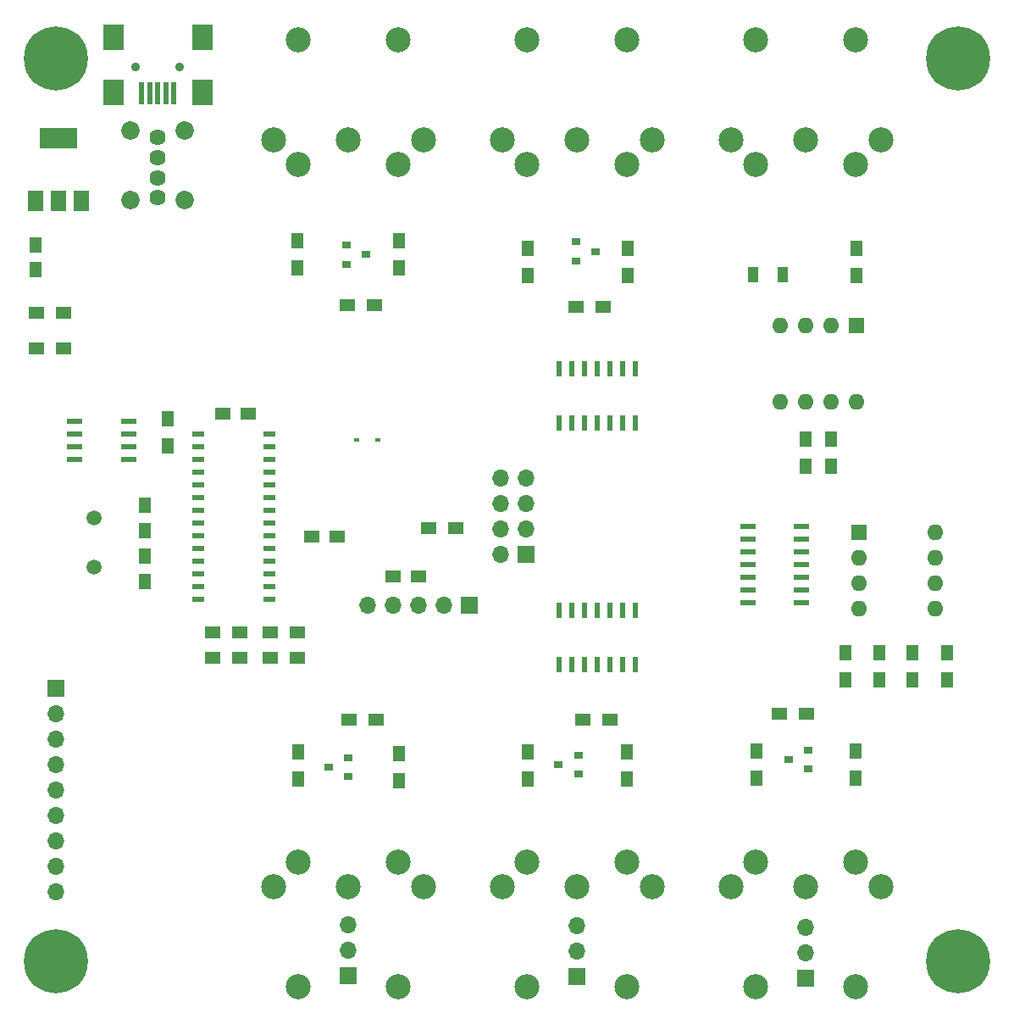
<source format=gbr>
G04 #@! TF.GenerationSoftware,KiCad,Pcbnew,(5.1.9)-1*
G04 #@! TF.CreationDate,2021-01-20T12:41:54+11:00*
G04 #@! TF.ProjectId,USBtoMIDI,55534274-6f4d-4494-9449-2e6b69636164,rev?*
G04 #@! TF.SameCoordinates,Original*
G04 #@! TF.FileFunction,Soldermask,Top*
G04 #@! TF.FilePolarity,Negative*
%FSLAX46Y46*%
G04 Gerber Fmt 4.6, Leading zero omitted, Abs format (unit mm)*
G04 Created by KiCad (PCBNEW (5.1.9)-1) date 2021-01-20 12:41:54*
%MOMM*%
%LPD*%
G01*
G04 APERTURE LIST*
%ADD10R,1.600000X1.600000*%
%ADD11O,1.600000X1.600000*%
%ADD12R,0.600000X1.500000*%
%ADD13R,0.600000X0.450000*%
%ADD14C,1.620000*%
%ADD15C,1.850000*%
%ADD16R,1.300000X1.500000*%
%ADD17R,1.500000X0.600000*%
%ADD18R,1.500000X1.300000*%
%ADD19R,0.900000X0.800000*%
%ADD20R,1.700000X1.700000*%
%ADD21O,1.700000X1.700000*%
%ADD22R,0.500000X2.300000*%
%ADD23R,2.000000X2.500000*%
%ADD24C,0.900000*%
%ADD25C,2.500000*%
%ADD26R,3.800000X2.000000*%
%ADD27R,1.500000X2.000000*%
%ADD28R,1.000000X1.600000*%
%ADD29R,1.500000X1.250000*%
%ADD30R,1.250000X1.500000*%
%ADD31C,6.400000*%
%ADD32C,0.800000*%
%ADD33C,1.500000*%
%ADD34R,1.550000X0.600000*%
%ADD35R,1.143000X0.508000*%
G04 APERTURE END LIST*
D10*
G04 #@! TO.C,U6*
X193040000Y-77470000D03*
D11*
X185420000Y-85090000D03*
X190500000Y-77470000D03*
X187960000Y-85090000D03*
X187960000Y-77470000D03*
X190500000Y-85090000D03*
X185420000Y-77470000D03*
X193040000Y-85090000D03*
G04 #@! TD*
D12*
G04 #@! TO.C,U5*
X163322000Y-111285000D03*
X164592000Y-111285000D03*
X165862000Y-111285000D03*
X167132000Y-111285000D03*
X168402000Y-111285000D03*
X169672000Y-111285000D03*
X170942000Y-111285000D03*
X170942000Y-105885000D03*
X169672000Y-105885000D03*
X168402000Y-105885000D03*
X167132000Y-105885000D03*
X165862000Y-105885000D03*
X164592000Y-105885000D03*
X163322000Y-105885000D03*
G04 #@! TD*
D13*
G04 #@! TO.C,D1*
X145195000Y-88900000D03*
X143095000Y-88900000D03*
G04 #@! TD*
D14*
G04 #@! TO.C,USB1*
X123190000Y-58674000D03*
X123190000Y-60674000D03*
X123190000Y-62674000D03*
D15*
X125910000Y-57944000D03*
D14*
X123190000Y-64674000D03*
D15*
X125910000Y-64944000D03*
X120470000Y-57944000D03*
X120470000Y-64944000D03*
G04 #@! TD*
D16*
G04 #@! TO.C,R28*
X198628000Y-112856000D03*
X198628000Y-110156000D03*
G04 #@! TD*
G04 #@! TO.C,R27*
X195326000Y-112856000D03*
X195326000Y-110156000D03*
G04 #@! TD*
G04 #@! TO.C,R26*
X191897000Y-112856000D03*
X191897000Y-110156000D03*
G04 #@! TD*
D17*
G04 #@! TO.C,U7*
X182148500Y-97548700D03*
X182148500Y-98818700D03*
X182148500Y-100088700D03*
X182148500Y-101358700D03*
X182148500Y-102628700D03*
X182148500Y-103898700D03*
X182148500Y-105168700D03*
X187548500Y-105168700D03*
X187548500Y-103898700D03*
X187548500Y-102628700D03*
X187548500Y-101358700D03*
X187548500Y-100088700D03*
X187548500Y-98818700D03*
X187548500Y-97548700D03*
G04 #@! TD*
D16*
G04 #@! TO.C,R25*
X202057000Y-112856000D03*
X202057000Y-110156000D03*
G04 #@! TD*
D18*
G04 #@! TO.C,R24*
X167720000Y-75565000D03*
X165020000Y-75565000D03*
G04 #@! TD*
D19*
G04 #@! TO.C,Q5*
X164950000Y-69100000D03*
X164950000Y-71000000D03*
X166950000Y-70050000D03*
G04 #@! TD*
D10*
G04 #@! TO.C,SW1*
X193294000Y-98107500D03*
D11*
X200914000Y-105727500D03*
X193294000Y-100647500D03*
X200914000Y-103187500D03*
X193294000Y-103187500D03*
X200914000Y-100647500D03*
X193294000Y-105727500D03*
X200914000Y-98107500D03*
G04 #@! TD*
D20*
G04 #@! TO.C,J3*
X165100000Y-142494000D03*
D21*
X165100000Y-139954000D03*
X165100000Y-137414000D03*
G04 #@! TD*
D20*
G04 #@! TO.C,J2*
X142240000Y-142367000D03*
D21*
X142240000Y-139827000D03*
X142240000Y-137287000D03*
G04 #@! TD*
D20*
G04 #@! TO.C,J1*
X187960000Y-142621000D03*
D21*
X187960000Y-140081000D03*
X187960000Y-137541000D03*
G04 #@! TD*
D19*
G04 #@! TO.C,Q4*
X188198000Y-121727000D03*
X188198000Y-119827000D03*
X186198000Y-120777000D03*
G04 #@! TD*
G04 #@! TO.C,Q3*
X165211000Y-122235000D03*
X165211000Y-120335000D03*
X163211000Y-121285000D03*
G04 #@! TD*
G04 #@! TO.C,Q2*
X142224000Y-122489000D03*
X142224000Y-120589000D03*
X140224000Y-121539000D03*
G04 #@! TD*
G04 #@! TO.C,Q1*
X142002000Y-69408000D03*
X142002000Y-71308000D03*
X144002000Y-70358000D03*
G04 #@! TD*
D22*
G04 #@! TO.C,USB2*
X124790000Y-54235000D03*
X123990000Y-54235000D03*
X123190000Y-54235000D03*
X122390000Y-54235000D03*
X121590000Y-54235000D03*
D23*
X127640000Y-54135000D03*
X127640000Y-48635000D03*
X118740000Y-54135000D03*
X118740000Y-48635000D03*
D24*
X125390000Y-51635000D03*
X120990000Y-51635000D03*
G04 #@! TD*
D18*
G04 #@! TO.C,R22*
X144860000Y-75438000D03*
X142160000Y-75438000D03*
G04 #@! TD*
G04 #@! TO.C,R21*
X185340000Y-116205000D03*
X188040000Y-116205000D03*
G04 #@! TD*
D16*
G04 #@! TO.C,R20*
X192913000Y-119935000D03*
X192913000Y-122635000D03*
G04 #@! TD*
G04 #@! TO.C,R19*
X183007000Y-119935000D03*
X183007000Y-122635000D03*
G04 #@! TD*
D18*
G04 #@! TO.C,R18*
X168355000Y-116840000D03*
X165655000Y-116840000D03*
G04 #@! TD*
D16*
G04 #@! TO.C,R17*
X170053000Y-120062000D03*
X170053000Y-122762000D03*
G04 #@! TD*
G04 #@! TO.C,R16*
X160147000Y-120062000D03*
X160147000Y-122762000D03*
G04 #@! TD*
D25*
G04 #@! TO.C,DIN6*
X182960000Y-143525000D03*
X192960000Y-143525000D03*
X182960000Y-131025000D03*
X195460000Y-133525000D03*
X187960000Y-133525000D03*
X192960000Y-131025000D03*
X180460000Y-133525000D03*
G04 #@! TD*
G04 #@! TO.C,DIN5*
X160100000Y-143525000D03*
X170100000Y-143525000D03*
X160100000Y-131025000D03*
X172600000Y-133525000D03*
X165100000Y-133525000D03*
X170100000Y-131025000D03*
X157600000Y-133525000D03*
G04 #@! TD*
D12*
G04 #@! TO.C,U4*
X163322000Y-87155000D03*
X164592000Y-87155000D03*
X165862000Y-87155000D03*
X167132000Y-87155000D03*
X168402000Y-87155000D03*
X169672000Y-87155000D03*
X170942000Y-87155000D03*
X170942000Y-81755000D03*
X169672000Y-81755000D03*
X168402000Y-81755000D03*
X167132000Y-81755000D03*
X165862000Y-81755000D03*
X164592000Y-81755000D03*
X163322000Y-81755000D03*
G04 #@! TD*
D18*
G04 #@! TO.C,R15*
X144987000Y-116840000D03*
X142287000Y-116840000D03*
G04 #@! TD*
D16*
G04 #@! TO.C,R14*
X147256500Y-120189000D03*
X147256500Y-122889000D03*
G04 #@! TD*
G04 #@! TO.C,R13*
X137223500Y-120062000D03*
X137223500Y-122762000D03*
G04 #@! TD*
D20*
G04 #@! TO.C,J7*
X160020000Y-100330000D03*
D21*
X157480000Y-100330000D03*
X160020000Y-97790000D03*
X157480000Y-97790000D03*
X160020000Y-95250000D03*
X157480000Y-95250000D03*
X160020000Y-92710000D03*
X157480000Y-92710000D03*
G04 #@! TD*
D25*
G04 #@! TO.C,DIN4*
X137240000Y-143525000D03*
X147240000Y-143525000D03*
X137240000Y-131025000D03*
X149740000Y-133525000D03*
X142240000Y-133525000D03*
X147240000Y-131025000D03*
X134740000Y-133525000D03*
G04 #@! TD*
D26*
G04 #@! TO.C,U3*
X113284000Y-58699000D03*
D27*
X113284000Y-64999000D03*
X115584000Y-64999000D03*
X110984000Y-64999000D03*
G04 #@! TD*
D16*
G04 #@! TO.C,R12*
X137160000Y-71708000D03*
X137160000Y-69008000D03*
G04 #@! TD*
G04 #@! TO.C,R11*
X147320000Y-71708000D03*
X147320000Y-69008000D03*
G04 #@! TD*
G04 #@! TO.C,R10*
X160147000Y-72470000D03*
X160147000Y-69770000D03*
G04 #@! TD*
G04 #@! TO.C,R9*
X170180000Y-72470000D03*
X170180000Y-69770000D03*
G04 #@! TD*
G04 #@! TO.C,R8*
X193040000Y-72470000D03*
X193040000Y-69770000D03*
G04 #@! TD*
G04 #@! TO.C,R7*
X190500000Y-91520000D03*
X190500000Y-88820000D03*
G04 #@! TD*
G04 #@! TO.C,R6*
X187960000Y-88820000D03*
X187960000Y-91520000D03*
G04 #@! TD*
D18*
G04 #@! TO.C,R5*
X131398000Y-110617000D03*
X128698000Y-110617000D03*
G04 #@! TD*
G04 #@! TO.C,R4*
X131398000Y-108077000D03*
X128698000Y-108077000D03*
G04 #@! TD*
D16*
G04 #@! TO.C,R3*
X124206000Y-89488000D03*
X124206000Y-86788000D03*
G04 #@! TD*
D18*
G04 #@! TO.C,R2*
X113745000Y-79756000D03*
X111045000Y-79756000D03*
G04 #@! TD*
G04 #@! TO.C,R1*
X152988000Y-97663000D03*
X150288000Y-97663000D03*
G04 #@! TD*
G04 #@! TO.C,LED1*
X113745000Y-76200000D03*
X111045000Y-76200000D03*
G04 #@! TD*
G04 #@! TO.C,DLED3*
X137113000Y-110617000D03*
X134413000Y-110617000D03*
G04 #@! TD*
G04 #@! TO.C,DLED2*
X137113000Y-108077000D03*
X134413000Y-108077000D03*
G04 #@! TD*
D28*
G04 #@! TO.C,D2*
X185650000Y-72390000D03*
X182650000Y-72390000D03*
G04 #@! TD*
D29*
G04 #@! TO.C,C6*
X146705000Y-102489000D03*
X149205000Y-102489000D03*
G04 #@! TD*
G04 #@! TO.C,C5*
X141077000Y-98552000D03*
X138577000Y-98552000D03*
G04 #@! TD*
D30*
G04 #@! TO.C,C4*
X121920000Y-102977000D03*
X121920000Y-100477000D03*
G04 #@! TD*
G04 #@! TO.C,C3*
X121920000Y-95397000D03*
X121920000Y-97897000D03*
G04 #@! TD*
G04 #@! TO.C,C2*
X110998000Y-71862000D03*
X110998000Y-69362000D03*
G04 #@! TD*
D29*
G04 #@! TO.C,C1*
X132187000Y-86233000D03*
X129687000Y-86233000D03*
G04 #@! TD*
D31*
G04 #@! TO.C,H4*
X203200000Y-50800000D03*
D32*
X203200000Y-53200000D03*
X201502944Y-52497056D03*
X200800000Y-50800000D03*
X201502944Y-49102944D03*
X203200000Y-48400000D03*
X204897056Y-49102944D03*
X205600000Y-50800000D03*
X204897056Y-52497056D03*
G04 #@! TD*
D31*
G04 #@! TO.C,H3*
X203200000Y-140970000D03*
D32*
X203200000Y-143370000D03*
X201502944Y-142667056D03*
X200800000Y-140970000D03*
X201502944Y-139272944D03*
X203200000Y-138570000D03*
X204897056Y-139272944D03*
X205600000Y-140970000D03*
X204897056Y-142667056D03*
G04 #@! TD*
D31*
G04 #@! TO.C,H2*
X113030000Y-140970000D03*
D32*
X113030000Y-143370000D03*
X111332944Y-142667056D03*
X110630000Y-140970000D03*
X111332944Y-139272944D03*
X113030000Y-138570000D03*
X114727056Y-139272944D03*
X115430000Y-140970000D03*
X114727056Y-142667056D03*
G04 #@! TD*
D31*
G04 #@! TO.C,H1*
X113030000Y-50800000D03*
D32*
X113030000Y-53200000D03*
X111332944Y-52497056D03*
X110630000Y-50800000D03*
X111332944Y-49102944D03*
X113030000Y-48400000D03*
X114727056Y-49102944D03*
X115430000Y-50800000D03*
X114727056Y-52497056D03*
G04 #@! TD*
D33*
G04 #@! TO.C,Y1*
X116840000Y-96647000D03*
X116840000Y-101547000D03*
G04 #@! TD*
D34*
G04 #@! TO.C,U2*
X114902000Y-86995000D03*
X114902000Y-88265000D03*
X114902000Y-89535000D03*
X114902000Y-90805000D03*
X120302000Y-90805000D03*
X120302000Y-89535000D03*
X120302000Y-88265000D03*
X120302000Y-86995000D03*
G04 #@! TD*
D35*
G04 #@! TO.C,U1*
X127254000Y-88265000D03*
X127254000Y-89535000D03*
X127254000Y-90805000D03*
X127254000Y-92075000D03*
X127254000Y-93345000D03*
X127254000Y-94615000D03*
X127254000Y-95885000D03*
X127254000Y-97155000D03*
X127254000Y-98425000D03*
X127254000Y-99695000D03*
X127254000Y-100965000D03*
X127254000Y-102235000D03*
X127254000Y-103505000D03*
X127254000Y-104775000D03*
X134366000Y-104775000D03*
X134366000Y-103505000D03*
X134366000Y-102235000D03*
X134366000Y-100965000D03*
X134366000Y-99695000D03*
X134366000Y-98425000D03*
X134366000Y-97155000D03*
X134366000Y-95885000D03*
X134366000Y-94615000D03*
X134366000Y-93345000D03*
X134366000Y-92075000D03*
X134366000Y-90805000D03*
X134366000Y-89535000D03*
X134366000Y-88265000D03*
G04 #@! TD*
D25*
G04 #@! TO.C,DIN3*
X147240000Y-48880000D03*
X137240000Y-48880000D03*
X147240000Y-61380000D03*
X134740000Y-58880000D03*
X142240000Y-58880000D03*
X137240000Y-61380000D03*
X149740000Y-58880000D03*
G04 #@! TD*
G04 #@! TO.C,DIN2*
X170100000Y-48880000D03*
X160100000Y-48880000D03*
X170100000Y-61380000D03*
X157600000Y-58880000D03*
X165100000Y-58880000D03*
X160100000Y-61380000D03*
X172600000Y-58880000D03*
G04 #@! TD*
G04 #@! TO.C,DIN1*
X192960000Y-48880000D03*
X182960000Y-48880000D03*
X192960000Y-61380000D03*
X180460000Y-58880000D03*
X187960000Y-58880000D03*
X182960000Y-61380000D03*
X195460000Y-58880000D03*
G04 #@! TD*
D20*
G04 #@! TO.C,J9*
X113030000Y-113665000D03*
D21*
X113030000Y-116205000D03*
X113030000Y-118745000D03*
X113030000Y-121285000D03*
X113030000Y-123825000D03*
X113030000Y-126365000D03*
X113030000Y-128905000D03*
X113030000Y-131445000D03*
X113030000Y-133985000D03*
G04 #@! TD*
D20*
G04 #@! TO.C,J8*
X154305000Y-105410000D03*
D21*
X151765000Y-105410000D03*
X149225000Y-105410000D03*
X146685000Y-105410000D03*
X144145000Y-105410000D03*
G04 #@! TD*
M02*

</source>
